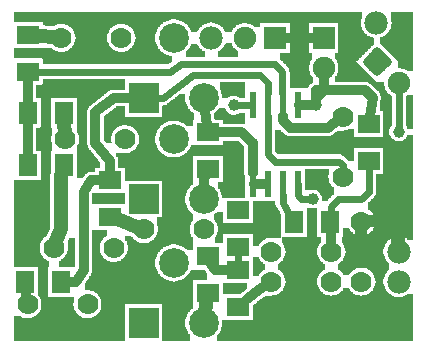
<source format=gtl>
G04 MADE WITH FRITZING*
G04 WWW.FRITZING.ORG*
G04 DOUBLE SIDED*
G04 HOLES PLATED*
G04 CONTOUR ON CENTER OF CONTOUR VECTOR*
%ASAXBY*%
%FSLAX23Y23*%
%MOIN*%
%OFA0B0*%
%SFA1.0B1.0*%
%ADD10C,0.075000*%
%ADD11C,0.078000*%
%ADD12C,0.070000*%
%ADD13C,0.099000*%
%ADD14C,0.039370*%
%ADD15R,0.075000X0.075000*%
%ADD16R,0.099000X0.099000*%
%ADD17R,0.074803X0.062992*%
%ADD18R,0.062992X0.074803*%
%ADD19R,0.024000X0.086900*%
%ADD20C,0.048000*%
%ADD21C,0.032000*%
%ADD22C,0.024000*%
%ADD23C,0.020000*%
%LNCOPPER1*%
G90*
G70*
G54D10*
X1295Y548D03*
X111Y516D03*
G54D11*
X1323Y239D03*
X1323Y339D03*
G54D12*
X1198Y439D03*
X1198Y239D03*
X898Y239D03*
X1098Y239D03*
X1098Y339D03*
X898Y339D03*
G54D10*
X1073Y1052D03*
X1073Y952D03*
X911Y1052D03*
X811Y1052D03*
G54D13*
X673Y514D03*
X473Y514D03*
X573Y714D03*
X673Y102D03*
X473Y102D03*
X573Y302D03*
X673Y852D03*
X473Y852D03*
X573Y1052D03*
G54D12*
X198Y1052D03*
X398Y1052D03*
X1136Y589D03*
X1136Y789D03*
X211Y714D03*
X411Y714D03*
X173Y352D03*
X373Y352D03*
X473Y414D03*
X673Y414D03*
X86Y164D03*
X286Y164D03*
G54D10*
X1252Y972D03*
X1323Y902D03*
G54D11*
X1248Y1102D03*
G54D14*
X1048Y827D03*
X773Y827D03*
X1036Y514D03*
X1323Y739D03*
G54D11*
X698Y1052D03*
G54D15*
X1073Y1052D03*
X911Y1052D03*
G54D16*
X473Y514D03*
X473Y102D03*
X473Y852D03*
G54D17*
X361Y455D03*
X361Y577D03*
X786Y155D03*
X786Y277D03*
X686Y736D03*
X686Y614D03*
G54D18*
X208Y627D03*
X86Y627D03*
G54D17*
X686Y324D03*
X686Y202D03*
G54D18*
X208Y802D03*
X86Y802D03*
G54D19*
X836Y564D03*
X886Y564D03*
X936Y564D03*
X986Y564D03*
X986Y829D03*
X936Y829D03*
X886Y829D03*
X836Y829D03*
G54D17*
X86Y1061D03*
X86Y939D03*
G54D18*
X76Y239D03*
X198Y239D03*
X1095Y439D03*
X973Y439D03*
G54D17*
X1223Y642D03*
X1223Y764D03*
X786Y355D03*
X786Y477D03*
G54D20*
X676Y122D02*
X682Y176D01*
D02*
X459Y419D02*
X393Y443D01*
D02*
X197Y589D02*
X199Y595D01*
D02*
X199Y414D02*
X197Y589D01*
D02*
X179Y366D02*
X199Y414D01*
D02*
X210Y729D02*
X209Y770D01*
D02*
X118Y1059D02*
X183Y1053D01*
G54D21*
D02*
X879Y564D02*
X842Y564D01*
D02*
X373Y851D02*
X453Y852D01*
D02*
X312Y803D02*
X373Y851D01*
D02*
X360Y640D02*
X312Y701D01*
D02*
X312Y701D02*
X312Y803D01*
D02*
X361Y603D02*
X360Y640D01*
D02*
X80Y207D02*
X84Y179D01*
D02*
X673Y577D02*
X677Y588D01*
D02*
X673Y535D02*
X673Y577D01*
D02*
X299Y577D02*
X273Y538D01*
D02*
X273Y538D02*
X273Y277D01*
D02*
X273Y277D02*
X249Y238D01*
D02*
X249Y238D02*
X224Y239D01*
D02*
X329Y577D02*
X299Y577D01*
D02*
X86Y770D02*
X86Y659D01*
D02*
X86Y834D02*
X86Y913D01*
D02*
X683Y762D02*
X675Y831D01*
G54D22*
D02*
X536Y850D02*
X494Y851D01*
D02*
X636Y927D02*
X536Y850D01*
D02*
X886Y901D02*
X860Y927D01*
D02*
X860Y927D02*
X636Y927D01*
D02*
X886Y867D02*
X886Y901D01*
D02*
X911Y965D02*
X935Y939D01*
D02*
X935Y939D02*
X935Y867D01*
D02*
X598Y964D02*
X911Y965D01*
D02*
X561Y939D02*
X598Y964D01*
D02*
X118Y939D02*
X561Y939D01*
G54D21*
D02*
X1040Y827D02*
X992Y829D01*
G54D22*
D02*
X781Y827D02*
X829Y829D01*
D02*
X998Y514D02*
X1028Y514D01*
D02*
X986Y527D02*
X998Y514D01*
D02*
X986Y564D02*
X986Y527D01*
G54D21*
D02*
X936Y777D02*
X936Y791D01*
D02*
X1086Y752D02*
X961Y752D01*
D02*
X961Y752D02*
X936Y777D01*
D02*
X1124Y780D02*
X1086Y752D01*
G54D22*
D02*
X1136Y627D02*
X1124Y639D01*
D02*
X886Y664D02*
X886Y791D01*
D02*
X1124Y639D02*
X911Y639D01*
D02*
X911Y639D02*
X886Y664D01*
D02*
X1136Y604D02*
X1136Y627D01*
D02*
X936Y501D02*
X954Y471D01*
D02*
X936Y526D02*
X936Y501D01*
G54D21*
D02*
X836Y701D02*
X836Y602D01*
D02*
X799Y738D02*
X836Y701D01*
D02*
X718Y737D02*
X799Y738D01*
D02*
X699Y298D02*
X710Y276D01*
D02*
X710Y276D02*
X754Y276D01*
D02*
X1096Y407D02*
X1098Y354D01*
D02*
X861Y215D02*
X818Y180D01*
D02*
X886Y231D02*
X861Y215D01*
G54D22*
D02*
X1224Y538D02*
X1223Y616D01*
D02*
X1122Y513D02*
X1199Y514D01*
D02*
X1098Y489D02*
X1122Y513D01*
D02*
X1199Y514D02*
X1224Y538D01*
D02*
X1097Y471D02*
X1098Y489D01*
G54D21*
D02*
X1236Y852D02*
X1227Y790D01*
D02*
X1211Y876D02*
X1236Y852D01*
D02*
X1073Y876D02*
X1211Y876D01*
D02*
X1048Y852D02*
X1073Y876D01*
D02*
X1048Y835D02*
X1048Y852D01*
D02*
X1048Y876D02*
X1073Y877D01*
D02*
X1073Y877D02*
X1073Y934D01*
D02*
X1048Y835D02*
X1048Y876D01*
G54D22*
D02*
X1323Y884D02*
X1323Y747D01*
G54D21*
D02*
X1056Y1052D02*
X928Y1052D01*
G54D22*
D02*
X786Y303D02*
X786Y329D01*
G36*
X1296Y1137D02*
X1296Y1115D01*
X1298Y1115D01*
X1298Y1105D01*
X1300Y1105D01*
X1300Y1099D01*
X1298Y1099D01*
X1298Y1087D01*
X1296Y1087D01*
X1296Y1081D01*
X1294Y1081D01*
X1294Y1077D01*
X1292Y1077D01*
X1292Y1073D01*
X1290Y1073D01*
X1290Y1071D01*
X1288Y1071D01*
X1288Y1069D01*
X1286Y1069D01*
X1286Y1067D01*
X1284Y1067D01*
X1284Y1065D01*
X1282Y1065D01*
X1282Y1063D01*
X1280Y1063D01*
X1280Y1061D01*
X1278Y1061D01*
X1278Y1059D01*
X1274Y1059D01*
X1274Y1057D01*
X1272Y1057D01*
X1272Y1055D01*
X1268Y1055D01*
X1268Y1053D01*
X1260Y1053D01*
X1260Y1033D01*
X1262Y1033D01*
X1262Y1031D01*
X1264Y1031D01*
X1264Y1029D01*
X1266Y1029D01*
X1266Y1027D01*
X1268Y1027D01*
X1268Y1025D01*
X1270Y1025D01*
X1270Y1023D01*
X1272Y1023D01*
X1272Y1021D01*
X1274Y1021D01*
X1274Y1019D01*
X1276Y1019D01*
X1276Y1017D01*
X1278Y1017D01*
X1278Y1015D01*
X1280Y1015D01*
X1280Y1013D01*
X1282Y1013D01*
X1282Y1011D01*
X1284Y1011D01*
X1284Y1009D01*
X1286Y1009D01*
X1286Y1007D01*
X1288Y1007D01*
X1288Y1005D01*
X1290Y1005D01*
X1290Y1003D01*
X1292Y1003D01*
X1292Y1001D01*
X1294Y1001D01*
X1294Y999D01*
X1296Y999D01*
X1296Y997D01*
X1298Y997D01*
X1298Y995D01*
X1300Y995D01*
X1300Y993D01*
X1302Y993D01*
X1302Y991D01*
X1304Y991D01*
X1304Y989D01*
X1306Y989D01*
X1306Y987D01*
X1308Y987D01*
X1308Y985D01*
X1310Y985D01*
X1310Y983D01*
X1312Y983D01*
X1312Y981D01*
X1314Y981D01*
X1314Y979D01*
X1316Y979D01*
X1316Y977D01*
X1318Y977D01*
X1318Y975D01*
X1320Y975D01*
X1320Y973D01*
X1322Y973D01*
X1322Y971D01*
X1320Y971D01*
X1320Y951D01*
X1330Y951D01*
X1330Y949D01*
X1338Y949D01*
X1338Y947D01*
X1344Y947D01*
X1344Y945D01*
X1348Y945D01*
X1348Y943D01*
X1352Y943D01*
X1352Y941D01*
X1372Y941D01*
X1372Y1137D01*
X1296Y1137D01*
G37*
D02*
G36*
X746Y1033D02*
X746Y1031D01*
X744Y1031D01*
X744Y1027D01*
X742Y1027D01*
X742Y1023D01*
X740Y1023D01*
X740Y1021D01*
X738Y1021D01*
X738Y1019D01*
X736Y1019D01*
X736Y1017D01*
X734Y1017D01*
X734Y1015D01*
X732Y1015D01*
X732Y1013D01*
X730Y1013D01*
X730Y1011D01*
X728Y1011D01*
X728Y1009D01*
X724Y1009D01*
X724Y1007D01*
X722Y1007D01*
X722Y987D01*
X760Y987D01*
X760Y989D01*
X788Y989D01*
X788Y1009D01*
X784Y1009D01*
X784Y1011D01*
X780Y1011D01*
X780Y1013D01*
X778Y1013D01*
X778Y1015D01*
X776Y1015D01*
X776Y1017D01*
X774Y1017D01*
X774Y1019D01*
X772Y1019D01*
X772Y1023D01*
X770Y1023D01*
X770Y1025D01*
X768Y1025D01*
X768Y1029D01*
X766Y1029D01*
X766Y1033D01*
X746Y1033D01*
G37*
D02*
G36*
X630Y1031D02*
X630Y1025D01*
X628Y1025D01*
X628Y1021D01*
X626Y1021D01*
X626Y1019D01*
X624Y1019D01*
X624Y1015D01*
X622Y1015D01*
X622Y1013D01*
X620Y1013D01*
X620Y1011D01*
X618Y1011D01*
X618Y1009D01*
X616Y1009D01*
X616Y1007D01*
X614Y1007D01*
X614Y987D01*
X676Y987D01*
X676Y1007D01*
X672Y1007D01*
X672Y1009D01*
X668Y1009D01*
X668Y1011D01*
X666Y1011D01*
X666Y1013D01*
X664Y1013D01*
X664Y1015D01*
X662Y1015D01*
X662Y1017D01*
X660Y1017D01*
X660Y1019D01*
X658Y1019D01*
X658Y1021D01*
X656Y1021D01*
X656Y1025D01*
X654Y1025D01*
X654Y1029D01*
X652Y1029D01*
X652Y1031D01*
X630Y1031D01*
G37*
D02*
G36*
X726Y903D02*
X726Y881D01*
X728Y881D01*
X728Y877D01*
X730Y877D01*
X730Y871D01*
X732Y871D01*
X732Y865D01*
X734Y865D01*
X734Y857D01*
X784Y857D01*
X784Y855D01*
X788Y855D01*
X788Y853D01*
X792Y853D01*
X792Y851D01*
X812Y851D01*
X812Y903D01*
X726Y903D01*
G37*
D02*
G36*
X734Y857D02*
X734Y851D01*
X754Y851D01*
X754Y853D01*
X758Y853D01*
X758Y855D01*
X762Y855D01*
X762Y857D01*
X734Y857D01*
G37*
D02*
G36*
X1350Y861D02*
X1350Y859D01*
X1348Y859D01*
X1348Y757D01*
X1350Y757D01*
X1350Y753D01*
X1352Y753D01*
X1352Y749D01*
X1372Y749D01*
X1372Y861D01*
X1350Y861D01*
G37*
D02*
G36*
X724Y817D02*
X724Y815D01*
X722Y815D01*
X722Y813D01*
X720Y813D01*
X720Y811D01*
X718Y811D01*
X718Y809D01*
X716Y809D01*
X716Y807D01*
X714Y807D01*
X714Y805D01*
X712Y805D01*
X712Y803D01*
X710Y803D01*
X710Y801D01*
X708Y801D01*
X708Y795D01*
X764Y795D01*
X764Y797D01*
X760Y797D01*
X760Y799D01*
X756Y799D01*
X756Y801D01*
X754Y801D01*
X754Y803D01*
X750Y803D01*
X750Y807D01*
X748Y807D01*
X748Y809D01*
X746Y809D01*
X746Y813D01*
X744Y813D01*
X744Y817D01*
X724Y817D01*
G37*
D02*
G36*
X790Y801D02*
X790Y799D01*
X788Y799D01*
X788Y797D01*
X782Y797D01*
X782Y795D01*
X812Y795D01*
X812Y801D01*
X790Y801D01*
G37*
D02*
G36*
X708Y795D02*
X708Y793D01*
X812Y793D01*
X812Y795D01*
X708Y795D01*
G37*
D02*
G36*
X708Y795D02*
X708Y793D01*
X812Y793D01*
X812Y795D01*
X708Y795D01*
G37*
D02*
G36*
X708Y793D02*
X708Y781D01*
X710Y781D01*
X710Y779D01*
X736Y779D01*
X736Y765D01*
X812Y765D01*
X812Y793D01*
X708Y793D01*
G37*
D02*
G36*
X1010Y615D02*
X1010Y545D01*
X1044Y545D01*
X1044Y543D01*
X1050Y543D01*
X1050Y541D01*
X1054Y541D01*
X1054Y539D01*
X1056Y539D01*
X1056Y537D01*
X1058Y537D01*
X1058Y535D01*
X1060Y535D01*
X1060Y533D01*
X1062Y533D01*
X1062Y529D01*
X1064Y529D01*
X1064Y525D01*
X1066Y525D01*
X1066Y517D01*
X1068Y517D01*
X1068Y511D01*
X1066Y511D01*
X1066Y509D01*
X1086Y509D01*
X1086Y511D01*
X1088Y511D01*
X1088Y513D01*
X1090Y513D01*
X1090Y515D01*
X1092Y515D01*
X1092Y517D01*
X1094Y517D01*
X1094Y519D01*
X1096Y519D01*
X1096Y521D01*
X1098Y521D01*
X1098Y523D01*
X1100Y523D01*
X1100Y525D01*
X1102Y525D01*
X1102Y527D01*
X1104Y527D01*
X1104Y529D01*
X1106Y529D01*
X1106Y531D01*
X1108Y531D01*
X1108Y551D01*
X1106Y551D01*
X1106Y553D01*
X1104Y553D01*
X1104Y555D01*
X1102Y555D01*
X1102Y557D01*
X1100Y557D01*
X1100Y559D01*
X1098Y559D01*
X1098Y563D01*
X1096Y563D01*
X1096Y565D01*
X1094Y565D01*
X1094Y569D01*
X1092Y569D01*
X1092Y575D01*
X1090Y575D01*
X1090Y585D01*
X1088Y585D01*
X1088Y593D01*
X1090Y593D01*
X1090Y615D01*
X1010Y615D01*
G37*
D02*
G36*
X302Y533D02*
X302Y529D01*
X300Y529D01*
X300Y497D01*
X412Y497D01*
X412Y533D01*
X302Y533D01*
G37*
D02*
G36*
X40Y1137D02*
X40Y1113D01*
X582Y1113D01*
X582Y1111D01*
X592Y1111D01*
X592Y1109D01*
X596Y1109D01*
X596Y1107D01*
X602Y1107D01*
X602Y1105D01*
X604Y1105D01*
X604Y1103D01*
X702Y1103D01*
X702Y1101D01*
X1122Y1101D01*
X1122Y1001D01*
X1112Y1001D01*
X1112Y981D01*
X1114Y981D01*
X1114Y977D01*
X1116Y977D01*
X1116Y973D01*
X1118Y973D01*
X1118Y969D01*
X1120Y969D01*
X1120Y963D01*
X1122Y963D01*
X1122Y939D01*
X1120Y939D01*
X1120Y933D01*
X1118Y933D01*
X1118Y929D01*
X1116Y929D01*
X1116Y925D01*
X1114Y925D01*
X1114Y923D01*
X1112Y923D01*
X1112Y903D01*
X1250Y903D01*
X1250Y905D01*
X1248Y905D01*
X1248Y907D01*
X1246Y907D01*
X1246Y909D01*
X1244Y909D01*
X1244Y911D01*
X1242Y911D01*
X1242Y913D01*
X1240Y913D01*
X1240Y915D01*
X1238Y915D01*
X1238Y917D01*
X1236Y917D01*
X1236Y919D01*
X1234Y919D01*
X1234Y921D01*
X1232Y921D01*
X1232Y923D01*
X1230Y923D01*
X1230Y925D01*
X1228Y925D01*
X1228Y927D01*
X1226Y927D01*
X1226Y929D01*
X1224Y929D01*
X1224Y931D01*
X1222Y931D01*
X1222Y933D01*
X1220Y933D01*
X1220Y935D01*
X1218Y935D01*
X1218Y937D01*
X1216Y937D01*
X1216Y939D01*
X1214Y939D01*
X1214Y941D01*
X1212Y941D01*
X1212Y943D01*
X1210Y943D01*
X1210Y945D01*
X1208Y945D01*
X1208Y947D01*
X1206Y947D01*
X1206Y949D01*
X1204Y949D01*
X1204Y951D01*
X1202Y951D01*
X1202Y953D01*
X1200Y953D01*
X1200Y955D01*
X1198Y955D01*
X1198Y957D01*
X1196Y957D01*
X1196Y959D01*
X1194Y959D01*
X1194Y961D01*
X1192Y961D01*
X1192Y963D01*
X1190Y963D01*
X1190Y965D01*
X1188Y965D01*
X1188Y967D01*
X1186Y967D01*
X1186Y969D01*
X1184Y969D01*
X1184Y971D01*
X1182Y971D01*
X1182Y973D01*
X1184Y973D01*
X1184Y975D01*
X1186Y975D01*
X1186Y977D01*
X1188Y977D01*
X1188Y979D01*
X1190Y979D01*
X1190Y981D01*
X1192Y981D01*
X1192Y983D01*
X1194Y983D01*
X1194Y985D01*
X1196Y985D01*
X1196Y987D01*
X1198Y987D01*
X1198Y989D01*
X1200Y989D01*
X1200Y991D01*
X1202Y991D01*
X1202Y993D01*
X1204Y993D01*
X1204Y995D01*
X1206Y995D01*
X1206Y997D01*
X1208Y997D01*
X1208Y999D01*
X1210Y999D01*
X1210Y1001D01*
X1212Y1001D01*
X1212Y1003D01*
X1214Y1003D01*
X1214Y1005D01*
X1216Y1005D01*
X1216Y1007D01*
X1218Y1007D01*
X1218Y1009D01*
X1220Y1009D01*
X1220Y1011D01*
X1222Y1011D01*
X1222Y1013D01*
X1224Y1013D01*
X1224Y1015D01*
X1226Y1015D01*
X1226Y1017D01*
X1228Y1017D01*
X1228Y1019D01*
X1230Y1019D01*
X1230Y1021D01*
X1232Y1021D01*
X1232Y1023D01*
X1234Y1023D01*
X1234Y1025D01*
X1236Y1025D01*
X1236Y1027D01*
X1238Y1027D01*
X1238Y1029D01*
X1240Y1029D01*
X1240Y1031D01*
X1242Y1031D01*
X1242Y1051D01*
X1236Y1051D01*
X1236Y1053D01*
X1230Y1053D01*
X1230Y1055D01*
X1226Y1055D01*
X1226Y1057D01*
X1222Y1057D01*
X1222Y1059D01*
X1218Y1059D01*
X1218Y1061D01*
X1216Y1061D01*
X1216Y1063D01*
X1214Y1063D01*
X1214Y1065D01*
X1212Y1065D01*
X1212Y1067D01*
X1210Y1067D01*
X1210Y1069D01*
X1208Y1069D01*
X1208Y1071D01*
X1206Y1071D01*
X1206Y1075D01*
X1204Y1075D01*
X1204Y1079D01*
X1202Y1079D01*
X1202Y1081D01*
X1200Y1081D01*
X1200Y1089D01*
X1198Y1089D01*
X1198Y1115D01*
X1200Y1115D01*
X1200Y1137D01*
X40Y1137D01*
G37*
D02*
G36*
X40Y1113D02*
X40Y1105D01*
X134Y1105D01*
X134Y1103D01*
X136Y1103D01*
X136Y1099D01*
X402Y1099D01*
X402Y1097D01*
X412Y1097D01*
X412Y1095D01*
X418Y1095D01*
X418Y1093D01*
X422Y1093D01*
X422Y1091D01*
X424Y1091D01*
X424Y1089D01*
X428Y1089D01*
X428Y1087D01*
X430Y1087D01*
X430Y1085D01*
X432Y1085D01*
X432Y1083D01*
X434Y1083D01*
X434Y1081D01*
X436Y1081D01*
X436Y1077D01*
X438Y1077D01*
X438Y1075D01*
X440Y1075D01*
X440Y1071D01*
X442Y1071D01*
X442Y1065D01*
X444Y1065D01*
X444Y1055D01*
X446Y1055D01*
X446Y1049D01*
X444Y1049D01*
X444Y1039D01*
X442Y1039D01*
X442Y1033D01*
X440Y1033D01*
X440Y1029D01*
X438Y1029D01*
X438Y1025D01*
X436Y1025D01*
X436Y1023D01*
X434Y1023D01*
X434Y1019D01*
X432Y1019D01*
X432Y1017D01*
X428Y1017D01*
X428Y1015D01*
X426Y1015D01*
X426Y1013D01*
X424Y1013D01*
X424Y1011D01*
X420Y1011D01*
X420Y1009D01*
X416Y1009D01*
X416Y1007D01*
X410Y1007D01*
X410Y1005D01*
X532Y1005D01*
X532Y1007D01*
X530Y1007D01*
X530Y1009D01*
X528Y1009D01*
X528Y1011D01*
X526Y1011D01*
X526Y1013D01*
X524Y1013D01*
X524Y1015D01*
X522Y1015D01*
X522Y1019D01*
X520Y1019D01*
X520Y1023D01*
X518Y1023D01*
X518Y1027D01*
X516Y1027D01*
X516Y1031D01*
X514Y1031D01*
X514Y1039D01*
X512Y1039D01*
X512Y1063D01*
X514Y1063D01*
X514Y1071D01*
X516Y1071D01*
X516Y1077D01*
X518Y1077D01*
X518Y1081D01*
X520Y1081D01*
X520Y1083D01*
X522Y1083D01*
X522Y1087D01*
X524Y1087D01*
X524Y1089D01*
X526Y1089D01*
X526Y1091D01*
X528Y1091D01*
X528Y1093D01*
X530Y1093D01*
X530Y1095D01*
X532Y1095D01*
X532Y1097D01*
X534Y1097D01*
X534Y1099D01*
X536Y1099D01*
X536Y1101D01*
X538Y1101D01*
X538Y1103D01*
X542Y1103D01*
X542Y1105D01*
X546Y1105D01*
X546Y1107D01*
X550Y1107D01*
X550Y1109D01*
X556Y1109D01*
X556Y1111D01*
X564Y1111D01*
X564Y1113D01*
X40Y1113D01*
G37*
D02*
G36*
X608Y1103D02*
X608Y1101D01*
X610Y1101D01*
X610Y1099D01*
X614Y1099D01*
X614Y1097D01*
X616Y1097D01*
X616Y1095D01*
X618Y1095D01*
X618Y1093D01*
X620Y1093D01*
X620Y1089D01*
X622Y1089D01*
X622Y1087D01*
X624Y1087D01*
X624Y1085D01*
X626Y1085D01*
X626Y1081D01*
X628Y1081D01*
X628Y1077D01*
X630Y1077D01*
X630Y1071D01*
X652Y1071D01*
X652Y1075D01*
X654Y1075D01*
X654Y1077D01*
X656Y1077D01*
X656Y1081D01*
X658Y1081D01*
X658Y1083D01*
X660Y1083D01*
X660Y1085D01*
X662Y1085D01*
X662Y1089D01*
X666Y1089D01*
X666Y1091D01*
X668Y1091D01*
X668Y1093D01*
X670Y1093D01*
X670Y1095D01*
X674Y1095D01*
X674Y1097D01*
X678Y1097D01*
X678Y1099D01*
X684Y1099D01*
X684Y1101D01*
X694Y1101D01*
X694Y1103D01*
X608Y1103D01*
G37*
D02*
G36*
X712Y1101D02*
X712Y1099D01*
X718Y1099D01*
X718Y1097D01*
X722Y1097D01*
X722Y1095D01*
X726Y1095D01*
X726Y1093D01*
X728Y1093D01*
X728Y1091D01*
X730Y1091D01*
X730Y1089D01*
X734Y1089D01*
X734Y1087D01*
X736Y1087D01*
X736Y1083D01*
X738Y1083D01*
X738Y1081D01*
X740Y1081D01*
X740Y1079D01*
X742Y1079D01*
X742Y1075D01*
X744Y1075D01*
X744Y1071D01*
X766Y1071D01*
X766Y1075D01*
X768Y1075D01*
X768Y1077D01*
X770Y1077D01*
X770Y1081D01*
X772Y1081D01*
X772Y1083D01*
X774Y1083D01*
X774Y1085D01*
X776Y1085D01*
X776Y1087D01*
X778Y1087D01*
X778Y1089D01*
X780Y1089D01*
X780Y1091D01*
X782Y1091D01*
X782Y1093D01*
X786Y1093D01*
X786Y1095D01*
X790Y1095D01*
X790Y1097D01*
X796Y1097D01*
X796Y1099D01*
X802Y1099D01*
X802Y1101D01*
X712Y1101D01*
G37*
D02*
G36*
X818Y1101D02*
X818Y1099D01*
X826Y1099D01*
X826Y1097D01*
X832Y1097D01*
X832Y1095D01*
X836Y1095D01*
X836Y1093D01*
X838Y1093D01*
X838Y1091D01*
X842Y1091D01*
X842Y1089D01*
X862Y1089D01*
X862Y1101D01*
X818Y1101D01*
G37*
D02*
G36*
X960Y1101D02*
X960Y1001D01*
X926Y1001D01*
X926Y981D01*
X928Y981D01*
X928Y979D01*
X930Y979D01*
X930Y977D01*
X932Y977D01*
X932Y975D01*
X934Y975D01*
X934Y973D01*
X936Y973D01*
X936Y971D01*
X938Y971D01*
X938Y969D01*
X940Y969D01*
X940Y967D01*
X942Y967D01*
X942Y965D01*
X944Y965D01*
X944Y963D01*
X946Y963D01*
X946Y961D01*
X948Y961D01*
X948Y959D01*
X950Y959D01*
X950Y957D01*
X952Y957D01*
X952Y955D01*
X954Y955D01*
X954Y951D01*
X956Y951D01*
X956Y949D01*
X958Y949D01*
X958Y939D01*
X960Y939D01*
X960Y885D01*
X1022Y885D01*
X1022Y889D01*
X1024Y889D01*
X1024Y893D01*
X1026Y893D01*
X1026Y895D01*
X1028Y895D01*
X1028Y897D01*
X1030Y897D01*
X1030Y899D01*
X1034Y899D01*
X1034Y901D01*
X1036Y901D01*
X1036Y921D01*
X1034Y921D01*
X1034Y923D01*
X1032Y923D01*
X1032Y925D01*
X1030Y925D01*
X1030Y929D01*
X1028Y929D01*
X1028Y933D01*
X1026Y933D01*
X1026Y941D01*
X1024Y941D01*
X1024Y961D01*
X1026Y961D01*
X1026Y969D01*
X1028Y969D01*
X1028Y973D01*
X1030Y973D01*
X1030Y977D01*
X1032Y977D01*
X1032Y979D01*
X1034Y979D01*
X1034Y1001D01*
X1024Y1001D01*
X1024Y1101D01*
X960Y1101D01*
G37*
D02*
G36*
X136Y1099D02*
X136Y1093D01*
X144Y1093D01*
X144Y1091D01*
X176Y1091D01*
X176Y1093D01*
X178Y1093D01*
X178Y1095D01*
X184Y1095D01*
X184Y1097D01*
X194Y1097D01*
X194Y1099D01*
X136Y1099D01*
G37*
D02*
G36*
X202Y1099D02*
X202Y1097D01*
X212Y1097D01*
X212Y1095D01*
X218Y1095D01*
X218Y1093D01*
X222Y1093D01*
X222Y1091D01*
X224Y1091D01*
X224Y1089D01*
X228Y1089D01*
X228Y1087D01*
X230Y1087D01*
X230Y1085D01*
X232Y1085D01*
X232Y1083D01*
X234Y1083D01*
X234Y1081D01*
X236Y1081D01*
X236Y1077D01*
X238Y1077D01*
X238Y1075D01*
X240Y1075D01*
X240Y1071D01*
X242Y1071D01*
X242Y1065D01*
X244Y1065D01*
X244Y1055D01*
X246Y1055D01*
X246Y1049D01*
X244Y1049D01*
X244Y1039D01*
X242Y1039D01*
X242Y1033D01*
X240Y1033D01*
X240Y1029D01*
X238Y1029D01*
X238Y1025D01*
X236Y1025D01*
X236Y1023D01*
X234Y1023D01*
X234Y1019D01*
X232Y1019D01*
X232Y1017D01*
X228Y1017D01*
X228Y1015D01*
X226Y1015D01*
X226Y1013D01*
X224Y1013D01*
X224Y1011D01*
X220Y1011D01*
X220Y1009D01*
X216Y1009D01*
X216Y1007D01*
X210Y1007D01*
X210Y1005D01*
X386Y1005D01*
X386Y1007D01*
X380Y1007D01*
X380Y1009D01*
X376Y1009D01*
X376Y1011D01*
X372Y1011D01*
X372Y1013D01*
X370Y1013D01*
X370Y1015D01*
X368Y1015D01*
X368Y1017D01*
X366Y1017D01*
X366Y1019D01*
X364Y1019D01*
X364Y1021D01*
X362Y1021D01*
X362Y1023D01*
X360Y1023D01*
X360Y1025D01*
X358Y1025D01*
X358Y1029D01*
X356Y1029D01*
X356Y1033D01*
X354Y1033D01*
X354Y1039D01*
X352Y1039D01*
X352Y1063D01*
X354Y1063D01*
X354Y1069D01*
X356Y1069D01*
X356Y1073D01*
X358Y1073D01*
X358Y1077D01*
X360Y1077D01*
X360Y1079D01*
X362Y1079D01*
X362Y1083D01*
X364Y1083D01*
X364Y1085D01*
X366Y1085D01*
X366Y1087D01*
X370Y1087D01*
X370Y1089D01*
X372Y1089D01*
X372Y1091D01*
X376Y1091D01*
X376Y1093D01*
X378Y1093D01*
X378Y1095D01*
X384Y1095D01*
X384Y1097D01*
X394Y1097D01*
X394Y1099D01*
X202Y1099D01*
G37*
D02*
G36*
X134Y1019D02*
X134Y1017D01*
X40Y1017D01*
X40Y1005D01*
X186Y1005D01*
X186Y1007D01*
X180Y1007D01*
X180Y1009D01*
X176Y1009D01*
X176Y1011D01*
X172Y1011D01*
X172Y1013D01*
X170Y1013D01*
X170Y1015D01*
X168Y1015D01*
X168Y1017D01*
X164Y1017D01*
X164Y1019D01*
X134Y1019D01*
G37*
D02*
G36*
X40Y1005D02*
X40Y1003D01*
X534Y1003D01*
X534Y1005D01*
X40Y1005D01*
G37*
D02*
G36*
X40Y1005D02*
X40Y1003D01*
X534Y1003D01*
X534Y1005D01*
X40Y1005D01*
G37*
D02*
G36*
X40Y1005D02*
X40Y1003D01*
X534Y1003D01*
X534Y1005D01*
X40Y1005D01*
G37*
D02*
G36*
X40Y1003D02*
X40Y983D01*
X134Y983D01*
X134Y981D01*
X136Y981D01*
X136Y963D01*
X556Y963D01*
X556Y965D01*
X558Y965D01*
X558Y967D01*
X562Y967D01*
X562Y969D01*
X564Y969D01*
X564Y971D01*
X568Y971D01*
X568Y991D01*
X558Y991D01*
X558Y993D01*
X550Y993D01*
X550Y995D01*
X546Y995D01*
X546Y997D01*
X542Y997D01*
X542Y999D01*
X540Y999D01*
X540Y1001D01*
X536Y1001D01*
X536Y1003D01*
X40Y1003D01*
G37*
D02*
G36*
X1254Y905D02*
X1254Y903D01*
X1274Y903D01*
X1274Y905D01*
X1254Y905D01*
G37*
D02*
G36*
X1220Y903D02*
X1220Y901D01*
X1274Y901D01*
X1274Y903D01*
X1220Y903D01*
G37*
D02*
G36*
X1220Y903D02*
X1220Y901D01*
X1274Y901D01*
X1274Y903D01*
X1220Y903D01*
G37*
D02*
G36*
X1224Y901D02*
X1224Y899D01*
X1228Y899D01*
X1228Y897D01*
X1230Y897D01*
X1230Y895D01*
X1232Y895D01*
X1232Y893D01*
X1234Y893D01*
X1234Y891D01*
X1236Y891D01*
X1236Y889D01*
X1238Y889D01*
X1238Y887D01*
X1240Y887D01*
X1240Y885D01*
X1242Y885D01*
X1242Y883D01*
X1244Y883D01*
X1244Y881D01*
X1248Y881D01*
X1248Y879D01*
X1250Y879D01*
X1250Y877D01*
X1252Y877D01*
X1252Y875D01*
X1254Y875D01*
X1254Y873D01*
X1256Y873D01*
X1256Y871D01*
X1258Y871D01*
X1258Y867D01*
X1260Y867D01*
X1260Y865D01*
X1262Y865D01*
X1262Y859D01*
X1264Y859D01*
X1264Y843D01*
X1262Y843D01*
X1262Y829D01*
X1260Y829D01*
X1260Y807D01*
X1272Y807D01*
X1272Y721D01*
X1296Y721D01*
X1296Y725D01*
X1294Y725D01*
X1294Y729D01*
X1292Y729D01*
X1292Y747D01*
X1294Y747D01*
X1294Y753D01*
X1296Y753D01*
X1296Y757D01*
X1298Y757D01*
X1298Y759D01*
X1300Y759D01*
X1300Y859D01*
X1296Y859D01*
X1296Y861D01*
X1294Y861D01*
X1294Y863D01*
X1290Y863D01*
X1290Y865D01*
X1288Y865D01*
X1288Y867D01*
X1286Y867D01*
X1286Y869D01*
X1284Y869D01*
X1284Y873D01*
X1282Y873D01*
X1282Y875D01*
X1280Y875D01*
X1280Y879D01*
X1278Y879D01*
X1278Y883D01*
X1276Y883D01*
X1276Y891D01*
X1274Y891D01*
X1274Y901D01*
X1224Y901D01*
G37*
D02*
G36*
X1154Y747D02*
X1154Y745D01*
X1150Y745D01*
X1150Y743D01*
X1140Y743D01*
X1140Y741D01*
X1118Y741D01*
X1118Y739D01*
X1114Y739D01*
X1114Y737D01*
X1112Y737D01*
X1112Y735D01*
X1110Y735D01*
X1110Y733D01*
X1106Y733D01*
X1106Y731D01*
X1104Y731D01*
X1104Y729D01*
X1102Y729D01*
X1102Y727D01*
X1098Y727D01*
X1098Y725D01*
X1092Y725D01*
X1092Y723D01*
X1174Y723D01*
X1174Y747D01*
X1154Y747D01*
G37*
D02*
G36*
X910Y743D02*
X910Y723D01*
X956Y723D01*
X956Y725D01*
X950Y725D01*
X950Y727D01*
X946Y727D01*
X946Y729D01*
X944Y729D01*
X944Y731D01*
X940Y731D01*
X940Y733D01*
X938Y733D01*
X938Y735D01*
X936Y735D01*
X936Y737D01*
X934Y737D01*
X934Y739D01*
X932Y739D01*
X932Y741D01*
X930Y741D01*
X930Y743D01*
X910Y743D01*
G37*
D02*
G36*
X1352Y729D02*
X1352Y723D01*
X1350Y723D01*
X1350Y721D01*
X1348Y721D01*
X1348Y719D01*
X1346Y719D01*
X1346Y715D01*
X1342Y715D01*
X1342Y713D01*
X1340Y713D01*
X1340Y711D01*
X1336Y711D01*
X1336Y709D01*
X1330Y709D01*
X1330Y707D01*
X1372Y707D01*
X1372Y729D01*
X1352Y729D01*
G37*
D02*
G36*
X910Y723D02*
X910Y721D01*
X1174Y721D01*
X1174Y723D01*
X910Y723D01*
G37*
D02*
G36*
X910Y723D02*
X910Y721D01*
X1174Y721D01*
X1174Y723D01*
X910Y723D01*
G37*
D02*
G36*
X910Y721D02*
X910Y719D01*
X1298Y719D01*
X1298Y721D01*
X910Y721D01*
G37*
D02*
G36*
X910Y721D02*
X910Y719D01*
X1298Y719D01*
X1298Y721D01*
X910Y721D01*
G37*
D02*
G36*
X910Y719D02*
X910Y707D01*
X1316Y707D01*
X1316Y709D01*
X1310Y709D01*
X1310Y711D01*
X1306Y711D01*
X1306Y713D01*
X1304Y713D01*
X1304Y715D01*
X1302Y715D01*
X1302Y717D01*
X1300Y717D01*
X1300Y719D01*
X910Y719D01*
G37*
D02*
G36*
X910Y707D02*
X910Y705D01*
X1372Y705D01*
X1372Y707D01*
X910Y707D01*
G37*
D02*
G36*
X910Y707D02*
X910Y705D01*
X1372Y705D01*
X1372Y707D01*
X910Y707D01*
G37*
D02*
G36*
X910Y705D02*
X910Y685D01*
X1272Y685D01*
X1272Y599D01*
X1248Y599D01*
X1248Y533D01*
X1246Y533D01*
X1246Y527D01*
X1244Y527D01*
X1244Y525D01*
X1242Y525D01*
X1242Y521D01*
X1240Y521D01*
X1240Y519D01*
X1238Y519D01*
X1238Y517D01*
X1236Y517D01*
X1236Y515D01*
X1234Y515D01*
X1234Y513D01*
X1232Y513D01*
X1232Y511D01*
X1230Y511D01*
X1230Y509D01*
X1228Y509D01*
X1228Y507D01*
X1226Y507D01*
X1226Y505D01*
X1224Y505D01*
X1224Y503D01*
X1222Y503D01*
X1222Y501D01*
X1220Y501D01*
X1220Y479D01*
X1224Y479D01*
X1224Y477D01*
X1226Y477D01*
X1226Y475D01*
X1228Y475D01*
X1228Y473D01*
X1232Y473D01*
X1232Y471D01*
X1234Y471D01*
X1234Y467D01*
X1236Y467D01*
X1236Y465D01*
X1238Y465D01*
X1238Y461D01*
X1240Y461D01*
X1240Y457D01*
X1242Y457D01*
X1242Y451D01*
X1244Y451D01*
X1244Y441D01*
X1246Y441D01*
X1246Y435D01*
X1244Y435D01*
X1244Y425D01*
X1242Y425D01*
X1242Y419D01*
X1240Y419D01*
X1240Y417D01*
X1238Y417D01*
X1238Y413D01*
X1236Y413D01*
X1236Y409D01*
X1234Y409D01*
X1234Y407D01*
X1232Y407D01*
X1232Y405D01*
X1230Y405D01*
X1230Y403D01*
X1228Y403D01*
X1228Y401D01*
X1224Y401D01*
X1224Y399D01*
X1222Y399D01*
X1222Y397D01*
X1218Y397D01*
X1218Y395D01*
X1212Y395D01*
X1212Y393D01*
X1202Y393D01*
X1202Y391D01*
X1372Y391D01*
X1372Y705D01*
X910Y705D01*
G37*
D02*
G36*
X910Y685D02*
X910Y673D01*
X912Y673D01*
X912Y671D01*
X914Y671D01*
X914Y669D01*
X916Y669D01*
X916Y667D01*
X918Y667D01*
X918Y665D01*
X920Y665D01*
X920Y663D01*
X1130Y663D01*
X1130Y661D01*
X1134Y661D01*
X1134Y659D01*
X1138Y659D01*
X1138Y657D01*
X1140Y657D01*
X1140Y655D01*
X1142Y655D01*
X1142Y653D01*
X1144Y653D01*
X1144Y651D01*
X1146Y651D01*
X1146Y649D01*
X1148Y649D01*
X1148Y647D01*
X1150Y647D01*
X1150Y645D01*
X1152Y645D01*
X1152Y643D01*
X1154Y643D01*
X1154Y641D01*
X1174Y641D01*
X1174Y685D01*
X910Y685D01*
G37*
D02*
G36*
X1016Y483D02*
X1016Y389D01*
X934Y389D01*
X934Y367D01*
X936Y367D01*
X936Y365D01*
X938Y365D01*
X938Y361D01*
X940Y361D01*
X940Y357D01*
X942Y357D01*
X942Y351D01*
X944Y351D01*
X944Y341D01*
X946Y341D01*
X946Y335D01*
X944Y335D01*
X944Y325D01*
X942Y325D01*
X942Y319D01*
X940Y319D01*
X940Y317D01*
X938Y317D01*
X938Y313D01*
X936Y313D01*
X936Y309D01*
X934Y309D01*
X934Y307D01*
X932Y307D01*
X932Y305D01*
X930Y305D01*
X930Y303D01*
X928Y303D01*
X928Y301D01*
X924Y301D01*
X924Y299D01*
X922Y299D01*
X922Y279D01*
X924Y279D01*
X924Y277D01*
X926Y277D01*
X926Y275D01*
X928Y275D01*
X928Y273D01*
X932Y273D01*
X932Y271D01*
X934Y271D01*
X934Y267D01*
X936Y267D01*
X936Y265D01*
X938Y265D01*
X938Y261D01*
X940Y261D01*
X940Y257D01*
X942Y257D01*
X942Y251D01*
X944Y251D01*
X944Y241D01*
X946Y241D01*
X946Y235D01*
X944Y235D01*
X944Y225D01*
X942Y225D01*
X942Y219D01*
X940Y219D01*
X940Y217D01*
X938Y217D01*
X938Y213D01*
X936Y213D01*
X936Y209D01*
X934Y209D01*
X934Y207D01*
X932Y207D01*
X932Y205D01*
X930Y205D01*
X930Y203D01*
X928Y203D01*
X928Y201D01*
X924Y201D01*
X924Y199D01*
X920Y199D01*
X920Y197D01*
X918Y197D01*
X918Y195D01*
X912Y195D01*
X912Y193D01*
X902Y193D01*
X902Y191D01*
X1094Y191D01*
X1094Y193D01*
X1084Y193D01*
X1084Y195D01*
X1078Y195D01*
X1078Y197D01*
X1076Y197D01*
X1076Y199D01*
X1072Y199D01*
X1072Y201D01*
X1070Y201D01*
X1070Y203D01*
X1066Y203D01*
X1066Y205D01*
X1064Y205D01*
X1064Y207D01*
X1062Y207D01*
X1062Y211D01*
X1060Y211D01*
X1060Y213D01*
X1058Y213D01*
X1058Y217D01*
X1056Y217D01*
X1056Y221D01*
X1054Y221D01*
X1054Y227D01*
X1052Y227D01*
X1052Y251D01*
X1054Y251D01*
X1054Y257D01*
X1056Y257D01*
X1056Y261D01*
X1058Y261D01*
X1058Y265D01*
X1060Y265D01*
X1060Y267D01*
X1062Y267D01*
X1062Y269D01*
X1064Y269D01*
X1064Y271D01*
X1066Y271D01*
X1066Y273D01*
X1068Y273D01*
X1068Y275D01*
X1070Y275D01*
X1070Y277D01*
X1072Y277D01*
X1072Y279D01*
X1076Y279D01*
X1076Y299D01*
X1072Y299D01*
X1072Y301D01*
X1070Y301D01*
X1070Y303D01*
X1066Y303D01*
X1066Y305D01*
X1064Y305D01*
X1064Y307D01*
X1062Y307D01*
X1062Y311D01*
X1060Y311D01*
X1060Y313D01*
X1058Y313D01*
X1058Y317D01*
X1056Y317D01*
X1056Y321D01*
X1054Y321D01*
X1054Y327D01*
X1052Y327D01*
X1052Y351D01*
X1054Y351D01*
X1054Y357D01*
X1056Y357D01*
X1056Y361D01*
X1058Y361D01*
X1058Y365D01*
X1060Y365D01*
X1060Y367D01*
X1062Y367D01*
X1062Y369D01*
X1064Y369D01*
X1064Y389D01*
X1052Y389D01*
X1052Y483D01*
X1016Y483D01*
G37*
D02*
G36*
X1138Y417D02*
X1138Y391D01*
X1194Y391D01*
X1194Y393D01*
X1184Y393D01*
X1184Y395D01*
X1178Y395D01*
X1178Y397D01*
X1176Y397D01*
X1176Y399D01*
X1172Y399D01*
X1172Y401D01*
X1170Y401D01*
X1170Y403D01*
X1166Y403D01*
X1166Y405D01*
X1164Y405D01*
X1164Y407D01*
X1162Y407D01*
X1162Y411D01*
X1160Y411D01*
X1160Y413D01*
X1158Y413D01*
X1158Y417D01*
X1138Y417D01*
G37*
D02*
G36*
X1138Y391D02*
X1138Y389D01*
X1372Y389D01*
X1372Y391D01*
X1138Y391D01*
G37*
D02*
G36*
X1138Y391D02*
X1138Y389D01*
X1372Y389D01*
X1372Y391D01*
X1138Y391D01*
G37*
D02*
G36*
X1134Y389D02*
X1134Y367D01*
X1136Y367D01*
X1136Y365D01*
X1138Y365D01*
X1138Y361D01*
X1140Y361D01*
X1140Y357D01*
X1142Y357D01*
X1142Y351D01*
X1144Y351D01*
X1144Y341D01*
X1146Y341D01*
X1146Y335D01*
X1144Y335D01*
X1144Y325D01*
X1142Y325D01*
X1142Y319D01*
X1140Y319D01*
X1140Y317D01*
X1138Y317D01*
X1138Y313D01*
X1136Y313D01*
X1136Y309D01*
X1134Y309D01*
X1134Y307D01*
X1132Y307D01*
X1132Y305D01*
X1130Y305D01*
X1130Y303D01*
X1128Y303D01*
X1128Y301D01*
X1124Y301D01*
X1124Y299D01*
X1122Y299D01*
X1122Y285D01*
X1210Y285D01*
X1210Y283D01*
X1216Y283D01*
X1216Y281D01*
X1220Y281D01*
X1220Y279D01*
X1224Y279D01*
X1224Y277D01*
X1226Y277D01*
X1226Y275D01*
X1228Y275D01*
X1228Y273D01*
X1232Y273D01*
X1232Y271D01*
X1234Y271D01*
X1234Y267D01*
X1236Y267D01*
X1236Y265D01*
X1238Y265D01*
X1238Y261D01*
X1240Y261D01*
X1240Y257D01*
X1242Y257D01*
X1242Y251D01*
X1244Y251D01*
X1244Y241D01*
X1246Y241D01*
X1246Y235D01*
X1244Y235D01*
X1244Y225D01*
X1242Y225D01*
X1242Y219D01*
X1240Y219D01*
X1240Y217D01*
X1238Y217D01*
X1238Y213D01*
X1236Y213D01*
X1236Y209D01*
X1234Y209D01*
X1234Y207D01*
X1232Y207D01*
X1232Y205D01*
X1230Y205D01*
X1230Y203D01*
X1228Y203D01*
X1228Y201D01*
X1224Y201D01*
X1224Y199D01*
X1222Y199D01*
X1222Y197D01*
X1218Y197D01*
X1218Y195D01*
X1212Y195D01*
X1212Y193D01*
X1202Y193D01*
X1202Y191D01*
X1302Y191D01*
X1302Y193D01*
X1300Y193D01*
X1300Y195D01*
X1296Y195D01*
X1296Y197D01*
X1292Y197D01*
X1292Y199D01*
X1290Y199D01*
X1290Y201D01*
X1288Y201D01*
X1288Y203D01*
X1286Y203D01*
X1286Y205D01*
X1284Y205D01*
X1284Y207D01*
X1282Y207D01*
X1282Y211D01*
X1280Y211D01*
X1280Y213D01*
X1278Y213D01*
X1278Y217D01*
X1276Y217D01*
X1276Y223D01*
X1274Y223D01*
X1274Y231D01*
X1272Y231D01*
X1272Y247D01*
X1274Y247D01*
X1274Y255D01*
X1276Y255D01*
X1276Y261D01*
X1278Y261D01*
X1278Y263D01*
X1280Y263D01*
X1280Y267D01*
X1282Y267D01*
X1282Y269D01*
X1284Y269D01*
X1284Y273D01*
X1286Y273D01*
X1286Y275D01*
X1288Y275D01*
X1288Y277D01*
X1292Y277D01*
X1292Y299D01*
X1290Y299D01*
X1290Y301D01*
X1288Y301D01*
X1288Y303D01*
X1286Y303D01*
X1286Y305D01*
X1284Y305D01*
X1284Y307D01*
X1282Y307D01*
X1282Y311D01*
X1280Y311D01*
X1280Y313D01*
X1278Y313D01*
X1278Y317D01*
X1276Y317D01*
X1276Y323D01*
X1274Y323D01*
X1274Y331D01*
X1272Y331D01*
X1272Y347D01*
X1274Y347D01*
X1274Y355D01*
X1276Y355D01*
X1276Y361D01*
X1278Y361D01*
X1278Y363D01*
X1280Y363D01*
X1280Y367D01*
X1282Y367D01*
X1282Y369D01*
X1284Y369D01*
X1284Y373D01*
X1286Y373D01*
X1286Y375D01*
X1288Y375D01*
X1288Y377D01*
X1292Y377D01*
X1292Y379D01*
X1294Y379D01*
X1294Y381D01*
X1296Y381D01*
X1296Y383D01*
X1300Y383D01*
X1300Y385D01*
X1304Y385D01*
X1304Y387D01*
X1310Y387D01*
X1310Y389D01*
X1134Y389D01*
G37*
D02*
G36*
X1336Y389D02*
X1336Y387D01*
X1342Y387D01*
X1342Y385D01*
X1346Y385D01*
X1346Y383D01*
X1350Y383D01*
X1350Y381D01*
X1352Y381D01*
X1352Y379D01*
X1372Y379D01*
X1372Y389D01*
X1336Y389D01*
G37*
D02*
G36*
X1122Y285D02*
X1122Y279D01*
X1124Y279D01*
X1124Y277D01*
X1126Y277D01*
X1126Y275D01*
X1128Y275D01*
X1128Y273D01*
X1132Y273D01*
X1132Y271D01*
X1134Y271D01*
X1134Y267D01*
X1136Y267D01*
X1136Y265D01*
X1138Y265D01*
X1138Y261D01*
X1158Y261D01*
X1158Y265D01*
X1160Y265D01*
X1160Y267D01*
X1162Y267D01*
X1162Y269D01*
X1164Y269D01*
X1164Y271D01*
X1166Y271D01*
X1166Y273D01*
X1168Y273D01*
X1168Y275D01*
X1170Y275D01*
X1170Y277D01*
X1172Y277D01*
X1172Y279D01*
X1176Y279D01*
X1176Y281D01*
X1180Y281D01*
X1180Y283D01*
X1186Y283D01*
X1186Y285D01*
X1122Y285D01*
G37*
D02*
G36*
X1138Y217D02*
X1138Y213D01*
X1136Y213D01*
X1136Y209D01*
X1134Y209D01*
X1134Y207D01*
X1132Y207D01*
X1132Y205D01*
X1130Y205D01*
X1130Y203D01*
X1128Y203D01*
X1128Y201D01*
X1124Y201D01*
X1124Y199D01*
X1120Y199D01*
X1120Y197D01*
X1118Y197D01*
X1118Y195D01*
X1112Y195D01*
X1112Y193D01*
X1102Y193D01*
X1102Y191D01*
X1194Y191D01*
X1194Y193D01*
X1184Y193D01*
X1184Y195D01*
X1178Y195D01*
X1178Y197D01*
X1176Y197D01*
X1176Y199D01*
X1172Y199D01*
X1172Y201D01*
X1170Y201D01*
X1170Y203D01*
X1166Y203D01*
X1166Y205D01*
X1164Y205D01*
X1164Y207D01*
X1162Y207D01*
X1162Y211D01*
X1160Y211D01*
X1160Y213D01*
X1158Y213D01*
X1158Y217D01*
X1138Y217D01*
G37*
D02*
G36*
X1350Y197D02*
X1350Y195D01*
X1348Y195D01*
X1348Y193D01*
X1344Y193D01*
X1344Y191D01*
X1338Y191D01*
X1338Y189D01*
X1326Y189D01*
X1326Y187D01*
X1372Y187D01*
X1372Y197D01*
X1350Y197D01*
G37*
D02*
G36*
X876Y191D02*
X876Y189D01*
X1308Y189D01*
X1308Y191D01*
X876Y191D01*
G37*
D02*
G36*
X876Y191D02*
X876Y189D01*
X1308Y189D01*
X1308Y191D01*
X876Y191D01*
G37*
D02*
G36*
X876Y191D02*
X876Y189D01*
X1308Y189D01*
X1308Y191D01*
X876Y191D01*
G37*
D02*
G36*
X872Y189D02*
X872Y187D01*
X1320Y187D01*
X1320Y189D01*
X872Y189D01*
G37*
D02*
G36*
X870Y187D02*
X870Y185D01*
X1372Y185D01*
X1372Y187D01*
X870Y187D01*
G37*
D02*
G36*
X870Y187D02*
X870Y185D01*
X1372Y185D01*
X1372Y187D01*
X870Y187D01*
G37*
D02*
G36*
X868Y185D02*
X868Y183D01*
X866Y183D01*
X866Y181D01*
X862Y181D01*
X862Y179D01*
X860Y179D01*
X860Y177D01*
X858Y177D01*
X858Y175D01*
X856Y175D01*
X856Y173D01*
X852Y173D01*
X852Y171D01*
X850Y171D01*
X850Y169D01*
X848Y169D01*
X848Y167D01*
X846Y167D01*
X846Y165D01*
X842Y165D01*
X842Y163D01*
X840Y163D01*
X840Y161D01*
X838Y161D01*
X838Y159D01*
X836Y159D01*
X836Y111D01*
X734Y111D01*
X734Y87D01*
X732Y87D01*
X732Y81D01*
X730Y81D01*
X730Y75D01*
X728Y75D01*
X728Y71D01*
X726Y71D01*
X726Y69D01*
X724Y69D01*
X724Y65D01*
X722Y65D01*
X722Y63D01*
X720Y63D01*
X720Y61D01*
X718Y61D01*
X718Y41D01*
X1372Y41D01*
X1372Y185D01*
X868Y185D01*
G37*
D02*
G36*
X836Y509D02*
X836Y433D01*
X930Y433D01*
X930Y465D01*
X928Y465D01*
X928Y469D01*
X926Y469D01*
X926Y473D01*
X924Y473D01*
X924Y477D01*
X922Y477D01*
X922Y479D01*
X920Y479D01*
X920Y483D01*
X918Y483D01*
X918Y487D01*
X916Y487D01*
X916Y489D01*
X914Y489D01*
X914Y495D01*
X912Y495D01*
X912Y509D01*
X836Y509D01*
G37*
D02*
G36*
X716Y471D02*
X716Y469D01*
X714Y469D01*
X714Y467D01*
X712Y467D01*
X712Y465D01*
X710Y465D01*
X710Y463D01*
X708Y463D01*
X708Y443D01*
X710Y443D01*
X710Y441D01*
X712Y441D01*
X712Y439D01*
X714Y439D01*
X714Y435D01*
X716Y435D01*
X716Y433D01*
X736Y433D01*
X736Y471D01*
X716Y471D01*
G37*
D02*
G36*
X716Y433D02*
X716Y431D01*
X930Y431D01*
X930Y433D01*
X716Y433D01*
G37*
D02*
G36*
X716Y433D02*
X716Y431D01*
X930Y431D01*
X930Y433D01*
X716Y433D01*
G37*
D02*
G36*
X718Y431D02*
X718Y423D01*
X720Y423D01*
X720Y405D01*
X718Y405D01*
X718Y397D01*
X836Y397D01*
X836Y385D01*
X910Y385D01*
X910Y383D01*
X930Y383D01*
X930Y431D01*
X718Y431D01*
G37*
D02*
G36*
X716Y397D02*
X716Y393D01*
X714Y393D01*
X714Y389D01*
X712Y389D01*
X712Y387D01*
X710Y387D01*
X710Y367D01*
X736Y367D01*
X736Y397D01*
X716Y397D01*
G37*
D02*
G36*
X836Y385D02*
X836Y357D01*
X856Y357D01*
X856Y361D01*
X858Y361D01*
X858Y365D01*
X860Y365D01*
X860Y367D01*
X862Y367D01*
X862Y369D01*
X864Y369D01*
X864Y371D01*
X866Y371D01*
X866Y373D01*
X868Y373D01*
X868Y375D01*
X870Y375D01*
X870Y377D01*
X872Y377D01*
X872Y379D01*
X876Y379D01*
X876Y381D01*
X880Y381D01*
X880Y383D01*
X886Y383D01*
X886Y385D01*
X836Y385D01*
G37*
D02*
G36*
X224Y383D02*
X224Y379D01*
X222Y379D01*
X222Y373D01*
X220Y373D01*
X220Y341D01*
X218Y341D01*
X218Y335D01*
X216Y335D01*
X216Y331D01*
X214Y331D01*
X214Y327D01*
X212Y327D01*
X212Y323D01*
X210Y323D01*
X210Y321D01*
X208Y321D01*
X208Y319D01*
X206Y319D01*
X206Y317D01*
X204Y317D01*
X204Y315D01*
X202Y315D01*
X202Y313D01*
X198Y313D01*
X198Y311D01*
X196Y311D01*
X196Y309D01*
X192Y309D01*
X192Y289D01*
X244Y289D01*
X244Y383D01*
X224Y383D01*
G37*
D02*
G36*
X836Y321D02*
X836Y257D01*
X856Y257D01*
X856Y261D01*
X858Y261D01*
X858Y265D01*
X860Y265D01*
X860Y267D01*
X862Y267D01*
X862Y269D01*
X864Y269D01*
X864Y271D01*
X866Y271D01*
X866Y273D01*
X868Y273D01*
X868Y275D01*
X870Y275D01*
X870Y277D01*
X872Y277D01*
X872Y279D01*
X876Y279D01*
X876Y299D01*
X872Y299D01*
X872Y301D01*
X870Y301D01*
X870Y303D01*
X866Y303D01*
X866Y305D01*
X864Y305D01*
X864Y307D01*
X862Y307D01*
X862Y311D01*
X860Y311D01*
X860Y313D01*
X858Y313D01*
X858Y317D01*
X856Y317D01*
X856Y321D01*
X836Y321D01*
G37*
D02*
G36*
X736Y233D02*
X736Y197D01*
X796Y197D01*
X796Y199D01*
X798Y199D01*
X798Y201D01*
X800Y201D01*
X800Y203D01*
X804Y203D01*
X804Y205D01*
X806Y205D01*
X806Y207D01*
X808Y207D01*
X808Y209D01*
X810Y209D01*
X810Y211D01*
X814Y211D01*
X814Y213D01*
X816Y213D01*
X816Y233D01*
X736Y233D01*
G37*
D02*
G36*
X136Y915D02*
X136Y897D01*
X134Y897D01*
X134Y895D01*
X114Y895D01*
X114Y851D01*
X252Y851D01*
X252Y733D01*
X254Y733D01*
X254Y729D01*
X256Y729D01*
X256Y721D01*
X258Y721D01*
X258Y707D01*
X256Y707D01*
X256Y699D01*
X254Y699D01*
X254Y693D01*
X252Y693D01*
X252Y585D01*
X272Y585D01*
X272Y589D01*
X274Y589D01*
X274Y591D01*
X276Y591D01*
X276Y595D01*
X278Y595D01*
X278Y597D01*
X280Y597D01*
X280Y599D01*
X284Y599D01*
X284Y601D01*
X286Y601D01*
X286Y603D01*
X292Y603D01*
X292Y605D01*
X312Y605D01*
X312Y619D01*
X326Y619D01*
X326Y639D01*
X324Y639D01*
X324Y641D01*
X322Y641D01*
X322Y643D01*
X320Y643D01*
X320Y647D01*
X318Y647D01*
X318Y649D01*
X316Y649D01*
X316Y651D01*
X314Y651D01*
X314Y653D01*
X312Y653D01*
X312Y657D01*
X310Y657D01*
X310Y659D01*
X308Y659D01*
X308Y661D01*
X306Y661D01*
X306Y663D01*
X304Y663D01*
X304Y667D01*
X302Y667D01*
X302Y669D01*
X300Y669D01*
X300Y671D01*
X298Y671D01*
X298Y673D01*
X296Y673D01*
X296Y677D01*
X294Y677D01*
X294Y679D01*
X292Y679D01*
X292Y681D01*
X290Y681D01*
X290Y685D01*
X288Y685D01*
X288Y687D01*
X286Y687D01*
X286Y693D01*
X284Y693D01*
X284Y811D01*
X286Y811D01*
X286Y815D01*
X288Y815D01*
X288Y819D01*
X290Y819D01*
X290Y821D01*
X292Y821D01*
X292Y823D01*
X294Y823D01*
X294Y825D01*
X296Y825D01*
X296Y827D01*
X300Y827D01*
X300Y829D01*
X302Y829D01*
X302Y831D01*
X304Y831D01*
X304Y833D01*
X306Y833D01*
X306Y835D01*
X310Y835D01*
X310Y837D01*
X312Y837D01*
X312Y839D01*
X314Y839D01*
X314Y841D01*
X316Y841D01*
X316Y843D01*
X320Y843D01*
X320Y845D01*
X322Y845D01*
X322Y847D01*
X324Y847D01*
X324Y849D01*
X326Y849D01*
X326Y851D01*
X330Y851D01*
X330Y853D01*
X332Y853D01*
X332Y855D01*
X334Y855D01*
X334Y857D01*
X336Y857D01*
X336Y859D01*
X340Y859D01*
X340Y861D01*
X342Y861D01*
X342Y863D01*
X344Y863D01*
X344Y865D01*
X348Y865D01*
X348Y867D01*
X350Y867D01*
X350Y869D01*
X352Y869D01*
X352Y871D01*
X354Y871D01*
X354Y873D01*
X358Y873D01*
X358Y875D01*
X360Y875D01*
X360Y877D01*
X366Y877D01*
X366Y879D01*
X412Y879D01*
X412Y915D01*
X136Y915D01*
G37*
D02*
G36*
X592Y863D02*
X592Y861D01*
X588Y861D01*
X588Y859D01*
X586Y859D01*
X586Y857D01*
X584Y857D01*
X584Y855D01*
X580Y855D01*
X580Y853D01*
X578Y853D01*
X578Y851D01*
X576Y851D01*
X576Y849D01*
X572Y849D01*
X572Y847D01*
X570Y847D01*
X570Y845D01*
X568Y845D01*
X568Y843D01*
X564Y843D01*
X564Y841D01*
X562Y841D01*
X562Y839D01*
X560Y839D01*
X560Y837D01*
X558Y837D01*
X558Y835D01*
X554Y835D01*
X554Y833D01*
X552Y833D01*
X552Y831D01*
X550Y831D01*
X550Y829D01*
X546Y829D01*
X546Y827D01*
X538Y827D01*
X538Y825D01*
X534Y825D01*
X534Y789D01*
X642Y789D01*
X642Y799D01*
X640Y799D01*
X640Y801D01*
X636Y801D01*
X636Y803D01*
X634Y803D01*
X634Y805D01*
X632Y805D01*
X632Y807D01*
X630Y807D01*
X630Y809D01*
X628Y809D01*
X628Y811D01*
X626Y811D01*
X626Y813D01*
X624Y813D01*
X624Y815D01*
X622Y815D01*
X622Y819D01*
X620Y819D01*
X620Y823D01*
X618Y823D01*
X618Y827D01*
X616Y827D01*
X616Y831D01*
X614Y831D01*
X614Y839D01*
X612Y839D01*
X612Y863D01*
X592Y863D01*
G37*
D02*
G36*
X130Y851D02*
X130Y753D01*
X128Y753D01*
X128Y751D01*
X114Y751D01*
X114Y675D01*
X130Y675D01*
X130Y577D01*
X40Y577D01*
X40Y289D01*
X118Y289D01*
X118Y287D01*
X120Y287D01*
X120Y195D01*
X122Y195D01*
X122Y191D01*
X124Y191D01*
X124Y189D01*
X126Y189D01*
X126Y185D01*
X128Y185D01*
X128Y181D01*
X130Y181D01*
X130Y175D01*
X132Y175D01*
X132Y153D01*
X130Y153D01*
X130Y145D01*
X128Y145D01*
X128Y141D01*
X126Y141D01*
X126Y139D01*
X124Y139D01*
X124Y135D01*
X122Y135D01*
X122Y133D01*
X120Y133D01*
X120Y131D01*
X118Y131D01*
X118Y129D01*
X116Y129D01*
X116Y127D01*
X114Y127D01*
X114Y125D01*
X110Y125D01*
X110Y123D01*
X106Y123D01*
X106Y121D01*
X102Y121D01*
X102Y119D01*
X96Y119D01*
X96Y117D01*
X276Y117D01*
X276Y119D01*
X268Y119D01*
X268Y121D01*
X264Y121D01*
X264Y123D01*
X262Y123D01*
X262Y125D01*
X258Y125D01*
X258Y127D01*
X256Y127D01*
X256Y129D01*
X254Y129D01*
X254Y131D01*
X252Y131D01*
X252Y133D01*
X250Y133D01*
X250Y135D01*
X248Y135D01*
X248Y137D01*
X246Y137D01*
X246Y141D01*
X244Y141D01*
X244Y145D01*
X242Y145D01*
X242Y151D01*
X240Y151D01*
X240Y159D01*
X238Y159D01*
X238Y169D01*
X240Y169D01*
X240Y189D01*
X154Y189D01*
X154Y287D01*
X156Y287D01*
X156Y307D01*
X154Y307D01*
X154Y309D01*
X152Y309D01*
X152Y311D01*
X148Y311D01*
X148Y313D01*
X144Y313D01*
X144Y315D01*
X142Y315D01*
X142Y317D01*
X140Y317D01*
X140Y319D01*
X138Y319D01*
X138Y321D01*
X136Y321D01*
X136Y325D01*
X134Y325D01*
X134Y327D01*
X132Y327D01*
X132Y331D01*
X130Y331D01*
X130Y335D01*
X128Y335D01*
X128Y343D01*
X126Y343D01*
X126Y359D01*
X128Y359D01*
X128Y367D01*
X130Y367D01*
X130Y371D01*
X132Y371D01*
X132Y375D01*
X134Y375D01*
X134Y379D01*
X136Y379D01*
X136Y381D01*
X138Y381D01*
X138Y383D01*
X140Y383D01*
X140Y385D01*
X142Y385D01*
X142Y387D01*
X144Y387D01*
X144Y389D01*
X146Y389D01*
X146Y391D01*
X150Y391D01*
X150Y393D01*
X152Y393D01*
X152Y397D01*
X154Y397D01*
X154Y403D01*
X156Y403D01*
X156Y407D01*
X158Y407D01*
X158Y411D01*
X160Y411D01*
X160Y417D01*
X162Y417D01*
X162Y599D01*
X164Y599D01*
X164Y675D01*
X168Y675D01*
X168Y697D01*
X166Y697D01*
X166Y703D01*
X164Y703D01*
X164Y725D01*
X166Y725D01*
X166Y731D01*
X168Y731D01*
X168Y751D01*
X164Y751D01*
X164Y851D01*
X130Y851D01*
G37*
D02*
G36*
X382Y823D02*
X382Y821D01*
X380Y821D01*
X380Y819D01*
X376Y819D01*
X376Y817D01*
X374Y817D01*
X374Y815D01*
X372Y815D01*
X372Y813D01*
X370Y813D01*
X370Y811D01*
X366Y811D01*
X366Y809D01*
X364Y809D01*
X364Y807D01*
X362Y807D01*
X362Y805D01*
X360Y805D01*
X360Y803D01*
X356Y803D01*
X356Y801D01*
X354Y801D01*
X354Y799D01*
X352Y799D01*
X352Y797D01*
X348Y797D01*
X348Y795D01*
X346Y795D01*
X346Y793D01*
X344Y793D01*
X344Y791D01*
X342Y791D01*
X342Y789D01*
X412Y789D01*
X412Y823D01*
X382Y823D01*
G37*
D02*
G36*
X340Y789D02*
X340Y787D01*
X642Y787D01*
X642Y789D01*
X340Y789D01*
G37*
D02*
G36*
X340Y789D02*
X340Y787D01*
X642Y787D01*
X642Y789D01*
X340Y789D01*
G37*
D02*
G36*
X340Y787D02*
X340Y775D01*
X584Y775D01*
X584Y773D01*
X592Y773D01*
X592Y771D01*
X598Y771D01*
X598Y769D01*
X602Y769D01*
X602Y767D01*
X606Y767D01*
X606Y765D01*
X608Y765D01*
X608Y763D01*
X612Y763D01*
X612Y761D01*
X614Y761D01*
X614Y759D01*
X616Y759D01*
X616Y757D01*
X636Y757D01*
X636Y779D01*
X642Y779D01*
X642Y787D01*
X340Y787D01*
G37*
D02*
G36*
X340Y775D02*
X340Y761D01*
X418Y761D01*
X418Y759D01*
X426Y759D01*
X426Y757D01*
X430Y757D01*
X430Y755D01*
X434Y755D01*
X434Y753D01*
X438Y753D01*
X438Y751D01*
X440Y751D01*
X440Y749D01*
X442Y749D01*
X442Y747D01*
X444Y747D01*
X444Y745D01*
X446Y745D01*
X446Y743D01*
X448Y743D01*
X448Y741D01*
X450Y741D01*
X450Y737D01*
X452Y737D01*
X452Y733D01*
X454Y733D01*
X454Y729D01*
X456Y729D01*
X456Y721D01*
X458Y721D01*
X458Y707D01*
X456Y707D01*
X456Y699D01*
X454Y699D01*
X454Y693D01*
X452Y693D01*
X452Y691D01*
X450Y691D01*
X450Y687D01*
X448Y687D01*
X448Y685D01*
X446Y685D01*
X446Y681D01*
X444Y681D01*
X444Y679D01*
X440Y679D01*
X440Y677D01*
X438Y677D01*
X438Y675D01*
X436Y675D01*
X436Y673D01*
X432Y673D01*
X432Y671D01*
X428Y671D01*
X428Y669D01*
X420Y669D01*
X420Y667D01*
X382Y667D01*
X382Y655D01*
X384Y655D01*
X384Y653D01*
X560Y653D01*
X560Y655D01*
X552Y655D01*
X552Y657D01*
X548Y657D01*
X548Y659D01*
X544Y659D01*
X544Y661D01*
X540Y661D01*
X540Y663D01*
X538Y663D01*
X538Y665D01*
X534Y665D01*
X534Y667D01*
X532Y667D01*
X532Y669D01*
X530Y669D01*
X530Y671D01*
X528Y671D01*
X528Y673D01*
X526Y673D01*
X526Y675D01*
X524Y675D01*
X524Y679D01*
X522Y679D01*
X522Y681D01*
X520Y681D01*
X520Y685D01*
X518Y685D01*
X518Y689D01*
X516Y689D01*
X516Y695D01*
X514Y695D01*
X514Y701D01*
X512Y701D01*
X512Y725D01*
X514Y725D01*
X514Y733D01*
X516Y733D01*
X516Y739D01*
X518Y739D01*
X518Y743D01*
X520Y743D01*
X520Y747D01*
X522Y747D01*
X522Y749D01*
X524Y749D01*
X524Y751D01*
X526Y751D01*
X526Y755D01*
X528Y755D01*
X528Y757D01*
X530Y757D01*
X530Y759D01*
X532Y759D01*
X532Y761D01*
X536Y761D01*
X536Y763D01*
X538Y763D01*
X538Y765D01*
X542Y765D01*
X542Y767D01*
X544Y767D01*
X544Y769D01*
X548Y769D01*
X548Y771D01*
X554Y771D01*
X554Y773D01*
X562Y773D01*
X562Y775D01*
X340Y775D01*
G37*
D02*
G36*
X340Y761D02*
X340Y709D01*
X342Y709D01*
X342Y707D01*
X344Y707D01*
X344Y703D01*
X346Y703D01*
X346Y701D01*
X366Y701D01*
X366Y703D01*
X364Y703D01*
X364Y725D01*
X366Y725D01*
X366Y731D01*
X368Y731D01*
X368Y735D01*
X370Y735D01*
X370Y739D01*
X372Y739D01*
X372Y741D01*
X374Y741D01*
X374Y743D01*
X376Y743D01*
X376Y747D01*
X378Y747D01*
X378Y749D01*
X382Y749D01*
X382Y751D01*
X384Y751D01*
X384Y753D01*
X386Y753D01*
X386Y755D01*
X390Y755D01*
X390Y757D01*
X396Y757D01*
X396Y759D01*
X402Y759D01*
X402Y761D01*
X340Y761D01*
G37*
D02*
G36*
X736Y709D02*
X736Y693D01*
X630Y693D01*
X630Y689D01*
X628Y689D01*
X628Y685D01*
X626Y685D01*
X626Y681D01*
X624Y681D01*
X624Y679D01*
X622Y679D01*
X622Y675D01*
X620Y675D01*
X620Y673D01*
X618Y673D01*
X618Y671D01*
X616Y671D01*
X616Y669D01*
X614Y669D01*
X614Y667D01*
X612Y667D01*
X612Y665D01*
X610Y665D01*
X610Y663D01*
X606Y663D01*
X606Y661D01*
X602Y661D01*
X602Y659D01*
X598Y659D01*
X598Y657D01*
X736Y657D01*
X736Y571D01*
X722Y571D01*
X722Y549D01*
X724Y549D01*
X724Y547D01*
X726Y547D01*
X726Y543D01*
X728Y543D01*
X728Y539D01*
X730Y539D01*
X730Y535D01*
X732Y535D01*
X732Y527D01*
X734Y527D01*
X734Y519D01*
X812Y519D01*
X812Y589D01*
X810Y589D01*
X810Y593D01*
X808Y593D01*
X808Y689D01*
X806Y689D01*
X806Y691D01*
X804Y691D01*
X804Y693D01*
X802Y693D01*
X802Y695D01*
X800Y695D01*
X800Y697D01*
X798Y697D01*
X798Y699D01*
X796Y699D01*
X796Y701D01*
X794Y701D01*
X794Y703D01*
X792Y703D01*
X792Y705D01*
X790Y705D01*
X790Y707D01*
X788Y707D01*
X788Y709D01*
X736Y709D01*
G37*
D02*
G36*
X594Y657D02*
X594Y655D01*
X586Y655D01*
X586Y653D01*
X636Y653D01*
X636Y657D01*
X594Y657D01*
G37*
D02*
G36*
X386Y653D02*
X386Y651D01*
X636Y651D01*
X636Y653D01*
X386Y653D01*
G37*
D02*
G36*
X386Y653D02*
X386Y651D01*
X636Y651D01*
X636Y653D01*
X386Y653D01*
G37*
D02*
G36*
X386Y651D02*
X386Y647D01*
X388Y647D01*
X388Y619D01*
X410Y619D01*
X410Y575D01*
X534Y575D01*
X534Y453D01*
X516Y453D01*
X516Y431D01*
X518Y431D01*
X518Y423D01*
X520Y423D01*
X520Y405D01*
X518Y405D01*
X518Y397D01*
X516Y397D01*
X516Y393D01*
X514Y393D01*
X514Y389D01*
X512Y389D01*
X512Y387D01*
X510Y387D01*
X510Y383D01*
X508Y383D01*
X508Y381D01*
X506Y381D01*
X506Y379D01*
X504Y379D01*
X504Y377D01*
X500Y377D01*
X500Y375D01*
X498Y375D01*
X498Y373D01*
X494Y373D01*
X494Y371D01*
X490Y371D01*
X490Y369D01*
X484Y369D01*
X484Y367D01*
X636Y367D01*
X636Y387D01*
X634Y387D01*
X634Y389D01*
X632Y389D01*
X632Y393D01*
X630Y393D01*
X630Y399D01*
X628Y399D01*
X628Y405D01*
X626Y405D01*
X626Y421D01*
X628Y421D01*
X628Y429D01*
X630Y429D01*
X630Y435D01*
X632Y435D01*
X632Y437D01*
X634Y437D01*
X634Y441D01*
X636Y441D01*
X636Y443D01*
X638Y443D01*
X638Y465D01*
X634Y465D01*
X634Y467D01*
X632Y467D01*
X632Y469D01*
X630Y469D01*
X630Y471D01*
X628Y471D01*
X628Y473D01*
X626Y473D01*
X626Y475D01*
X624Y475D01*
X624Y479D01*
X622Y479D01*
X622Y481D01*
X620Y481D01*
X620Y485D01*
X618Y485D01*
X618Y489D01*
X616Y489D01*
X616Y495D01*
X614Y495D01*
X614Y501D01*
X612Y501D01*
X612Y525D01*
X614Y525D01*
X614Y533D01*
X616Y533D01*
X616Y539D01*
X618Y539D01*
X618Y543D01*
X620Y543D01*
X620Y547D01*
X622Y547D01*
X622Y549D01*
X624Y549D01*
X624Y551D01*
X626Y551D01*
X626Y555D01*
X628Y555D01*
X628Y557D01*
X630Y557D01*
X630Y559D01*
X632Y559D01*
X632Y561D01*
X636Y561D01*
X636Y651D01*
X386Y651D01*
G37*
D02*
G36*
X300Y411D02*
X300Y305D01*
X362Y305D01*
X362Y307D01*
X354Y307D01*
X354Y309D01*
X352Y309D01*
X352Y311D01*
X348Y311D01*
X348Y313D01*
X344Y313D01*
X344Y315D01*
X342Y315D01*
X342Y317D01*
X340Y317D01*
X340Y319D01*
X338Y319D01*
X338Y321D01*
X336Y321D01*
X336Y325D01*
X334Y325D01*
X334Y327D01*
X332Y327D01*
X332Y331D01*
X330Y331D01*
X330Y335D01*
X328Y335D01*
X328Y343D01*
X326Y343D01*
X326Y359D01*
X328Y359D01*
X328Y367D01*
X330Y367D01*
X330Y371D01*
X332Y371D01*
X332Y375D01*
X334Y375D01*
X334Y379D01*
X336Y379D01*
X336Y381D01*
X338Y381D01*
X338Y383D01*
X340Y383D01*
X340Y385D01*
X342Y385D01*
X342Y387D01*
X344Y387D01*
X344Y389D01*
X346Y389D01*
X346Y391D01*
X350Y391D01*
X350Y411D01*
X300Y411D01*
G37*
D02*
G36*
X412Y391D02*
X412Y375D01*
X414Y375D01*
X414Y373D01*
X416Y373D01*
X416Y367D01*
X464Y367D01*
X464Y369D01*
X456Y369D01*
X456Y371D01*
X452Y371D01*
X452Y373D01*
X448Y373D01*
X448Y375D01*
X446Y375D01*
X446Y377D01*
X444Y377D01*
X444Y379D01*
X440Y379D01*
X440Y381D01*
X438Y381D01*
X438Y385D01*
X436Y385D01*
X436Y387D01*
X434Y387D01*
X434Y389D01*
X432Y389D01*
X432Y391D01*
X412Y391D01*
G37*
D02*
G36*
X418Y367D02*
X418Y365D01*
X636Y365D01*
X636Y367D01*
X418Y367D01*
G37*
D02*
G36*
X418Y367D02*
X418Y365D01*
X636Y365D01*
X636Y367D01*
X418Y367D01*
G37*
D02*
G36*
X418Y365D02*
X418Y363D01*
X582Y363D01*
X582Y361D01*
X592Y361D01*
X592Y359D01*
X596Y359D01*
X596Y357D01*
X602Y357D01*
X602Y355D01*
X604Y355D01*
X604Y353D01*
X608Y353D01*
X608Y351D01*
X610Y351D01*
X610Y349D01*
X614Y349D01*
X614Y347D01*
X616Y347D01*
X616Y345D01*
X636Y345D01*
X636Y365D01*
X418Y365D01*
G37*
D02*
G36*
X418Y363D02*
X418Y361D01*
X420Y361D01*
X420Y341D01*
X418Y341D01*
X418Y335D01*
X416Y335D01*
X416Y331D01*
X414Y331D01*
X414Y327D01*
X412Y327D01*
X412Y323D01*
X410Y323D01*
X410Y321D01*
X408Y321D01*
X408Y319D01*
X406Y319D01*
X406Y317D01*
X404Y317D01*
X404Y315D01*
X402Y315D01*
X402Y313D01*
X398Y313D01*
X398Y311D01*
X396Y311D01*
X396Y309D01*
X392Y309D01*
X392Y307D01*
X384Y307D01*
X384Y305D01*
X512Y305D01*
X512Y313D01*
X514Y313D01*
X514Y321D01*
X516Y321D01*
X516Y327D01*
X518Y327D01*
X518Y331D01*
X520Y331D01*
X520Y333D01*
X522Y333D01*
X522Y337D01*
X524Y337D01*
X524Y339D01*
X526Y339D01*
X526Y341D01*
X528Y341D01*
X528Y343D01*
X530Y343D01*
X530Y345D01*
X532Y345D01*
X532Y347D01*
X534Y347D01*
X534Y349D01*
X536Y349D01*
X536Y351D01*
X538Y351D01*
X538Y353D01*
X542Y353D01*
X542Y355D01*
X546Y355D01*
X546Y357D01*
X550Y357D01*
X550Y359D01*
X556Y359D01*
X556Y361D01*
X564Y361D01*
X564Y363D01*
X418Y363D01*
G37*
D02*
G36*
X300Y305D02*
X300Y303D01*
X512Y303D01*
X512Y305D01*
X300Y305D01*
G37*
D02*
G36*
X300Y305D02*
X300Y303D01*
X512Y303D01*
X512Y305D01*
X300Y305D01*
G37*
D02*
G36*
X300Y303D02*
X300Y267D01*
X298Y267D01*
X298Y263D01*
X296Y263D01*
X296Y259D01*
X294Y259D01*
X294Y257D01*
X292Y257D01*
X292Y253D01*
X290Y253D01*
X290Y249D01*
X288Y249D01*
X288Y247D01*
X286Y247D01*
X286Y243D01*
X284Y243D01*
X284Y241D01*
X282Y241D01*
X282Y239D01*
X570Y239D01*
X570Y241D01*
X558Y241D01*
X558Y243D01*
X550Y243D01*
X550Y245D01*
X546Y245D01*
X546Y247D01*
X542Y247D01*
X542Y249D01*
X540Y249D01*
X540Y251D01*
X536Y251D01*
X536Y253D01*
X534Y253D01*
X534Y255D01*
X532Y255D01*
X532Y257D01*
X530Y257D01*
X530Y259D01*
X528Y259D01*
X528Y261D01*
X526Y261D01*
X526Y263D01*
X524Y263D01*
X524Y265D01*
X522Y265D01*
X522Y269D01*
X520Y269D01*
X520Y273D01*
X518Y273D01*
X518Y277D01*
X516Y277D01*
X516Y281D01*
X514Y281D01*
X514Y289D01*
X512Y289D01*
X512Y303D01*
X300Y303D01*
G37*
D02*
G36*
X630Y279D02*
X630Y275D01*
X628Y275D01*
X628Y271D01*
X626Y271D01*
X626Y269D01*
X624Y269D01*
X624Y265D01*
X622Y265D01*
X622Y263D01*
X620Y263D01*
X620Y261D01*
X618Y261D01*
X618Y259D01*
X616Y259D01*
X616Y257D01*
X614Y257D01*
X614Y255D01*
X612Y255D01*
X612Y253D01*
X610Y253D01*
X610Y251D01*
X606Y251D01*
X606Y249D01*
X604Y249D01*
X604Y247D01*
X600Y247D01*
X600Y245D01*
X596Y245D01*
X596Y243D01*
X588Y243D01*
X588Y241D01*
X576Y241D01*
X576Y239D01*
X636Y239D01*
X636Y245D01*
X684Y245D01*
X684Y267D01*
X682Y267D01*
X682Y271D01*
X680Y271D01*
X680Y275D01*
X678Y275D01*
X678Y279D01*
X630Y279D01*
G37*
D02*
G36*
X282Y239D02*
X282Y237D01*
X636Y237D01*
X636Y239D01*
X282Y239D01*
G37*
D02*
G36*
X282Y239D02*
X282Y237D01*
X636Y237D01*
X636Y239D01*
X282Y239D01*
G37*
D02*
G36*
X280Y237D02*
X280Y233D01*
X278Y233D01*
X278Y231D01*
X276Y231D01*
X276Y211D01*
X294Y211D01*
X294Y209D01*
X300Y209D01*
X300Y207D01*
X306Y207D01*
X306Y205D01*
X310Y205D01*
X310Y203D01*
X312Y203D01*
X312Y201D01*
X316Y201D01*
X316Y199D01*
X318Y199D01*
X318Y197D01*
X320Y197D01*
X320Y195D01*
X322Y195D01*
X322Y191D01*
X324Y191D01*
X324Y189D01*
X326Y189D01*
X326Y185D01*
X328Y185D01*
X328Y181D01*
X330Y181D01*
X330Y175D01*
X332Y175D01*
X332Y163D01*
X534Y163D01*
X534Y41D01*
X628Y41D01*
X628Y61D01*
X626Y61D01*
X626Y63D01*
X624Y63D01*
X624Y65D01*
X622Y65D01*
X622Y69D01*
X620Y69D01*
X620Y73D01*
X618Y73D01*
X618Y77D01*
X616Y77D01*
X616Y81D01*
X614Y81D01*
X614Y89D01*
X612Y89D01*
X612Y113D01*
X614Y113D01*
X614Y121D01*
X616Y121D01*
X616Y127D01*
X618Y127D01*
X618Y131D01*
X620Y131D01*
X620Y133D01*
X622Y133D01*
X622Y137D01*
X624Y137D01*
X624Y139D01*
X626Y139D01*
X626Y141D01*
X628Y141D01*
X628Y143D01*
X630Y143D01*
X630Y145D01*
X632Y145D01*
X632Y147D01*
X634Y147D01*
X634Y149D01*
X636Y149D01*
X636Y237D01*
X280Y237D01*
G37*
D02*
G36*
X332Y163D02*
X332Y153D01*
X330Y153D01*
X330Y145D01*
X328Y145D01*
X328Y141D01*
X326Y141D01*
X326Y139D01*
X324Y139D01*
X324Y135D01*
X322Y135D01*
X322Y133D01*
X320Y133D01*
X320Y131D01*
X318Y131D01*
X318Y129D01*
X316Y129D01*
X316Y127D01*
X314Y127D01*
X314Y125D01*
X310Y125D01*
X310Y123D01*
X306Y123D01*
X306Y121D01*
X302Y121D01*
X302Y119D01*
X296Y119D01*
X296Y117D01*
X412Y117D01*
X412Y163D01*
X332Y163D01*
G37*
D02*
G36*
X40Y125D02*
X40Y117D01*
X76Y117D01*
X76Y119D01*
X68Y119D01*
X68Y121D01*
X64Y121D01*
X64Y123D01*
X62Y123D01*
X62Y125D01*
X40Y125D01*
G37*
D02*
G36*
X40Y117D02*
X40Y115D01*
X412Y115D01*
X412Y117D01*
X40Y117D01*
G37*
D02*
G36*
X40Y117D02*
X40Y115D01*
X412Y115D01*
X412Y117D01*
X40Y117D01*
G37*
D02*
G36*
X40Y117D02*
X40Y115D01*
X412Y115D01*
X412Y117D01*
X40Y117D01*
G37*
D02*
G36*
X40Y115D02*
X40Y41D01*
X412Y41D01*
X412Y115D01*
X40Y115D01*
G37*
D02*
G36*
X1176Y426D02*
X1216Y426D01*
X1216Y391D01*
X1176Y391D01*
X1176Y426D01*
G37*
D02*
G36*
X1210Y460D02*
X1246Y460D01*
X1246Y420D01*
X1210Y420D01*
X1210Y460D01*
G37*
D02*
G36*
X1299Y393D02*
X1343Y393D01*
X1343Y360D01*
X1299Y360D01*
X1299Y393D01*
G37*
D02*
G54D23*
X1291Y972D02*
X1252Y934D01*
X1214Y972D01*
X1252Y1011D01*
X1291Y972D01*
D02*
G04 End of Copper1*
M02*
</source>
